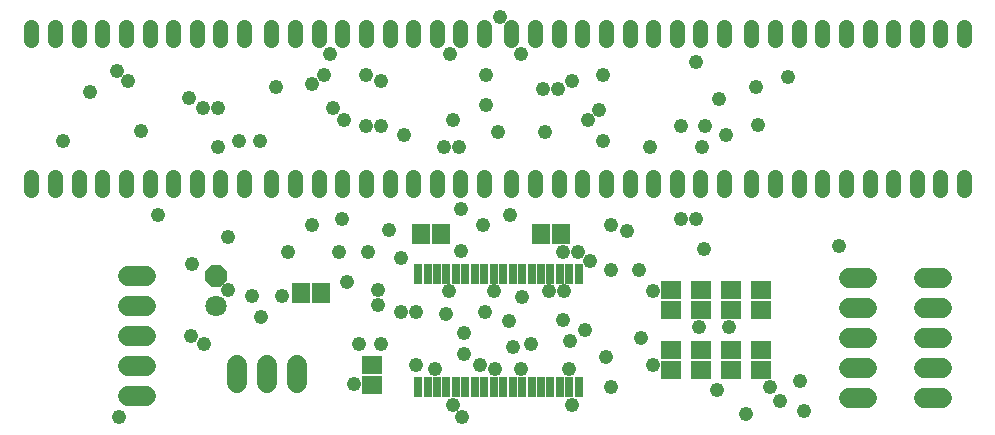
<source format=gts>
G75*
G70*
%OFA0B0*%
%FSLAX24Y24*%
%IPPOS*%
%LPD*%
%AMOC8*
5,1,8,0,0,1.08239X$1,22.5*
%
%ADD10C,0.0516*%
%ADD11R,0.0277X0.0671*%
%ADD12R,0.0671X0.0592*%
%ADD13OC8,0.0710*%
%ADD14C,0.0710*%
%ADD15R,0.0592X0.0671*%
%ADD16C,0.0680*%
%ADD17C,0.0476*%
%ADD18C,0.0480*%
D10*
X000933Y008611D02*
X000933Y009048D01*
X001720Y009048D02*
X001720Y008611D01*
X002508Y008611D02*
X002508Y009048D01*
X003295Y009048D02*
X003295Y008611D01*
X004083Y008611D02*
X004083Y009048D01*
X004870Y009048D02*
X004870Y008611D01*
X005657Y008611D02*
X005657Y009048D01*
X006445Y009048D02*
X006445Y008611D01*
X007232Y008611D02*
X007232Y009048D01*
X008020Y009048D02*
X008020Y008611D01*
X008933Y008611D02*
X008933Y009048D01*
X009720Y009048D02*
X009720Y008611D01*
X010508Y008611D02*
X010508Y009048D01*
X011295Y009048D02*
X011295Y008611D01*
X012083Y008611D02*
X012083Y009048D01*
X012870Y009048D02*
X012870Y008611D01*
X013657Y008611D02*
X013657Y009048D01*
X014445Y009048D02*
X014445Y008611D01*
X015232Y008611D02*
X015232Y009048D01*
X016020Y009048D02*
X016020Y008611D01*
X016933Y008611D02*
X016933Y009048D01*
X017720Y009048D02*
X017720Y008611D01*
X018508Y008611D02*
X018508Y009048D01*
X019295Y009048D02*
X019295Y008611D01*
X020083Y008611D02*
X020083Y009048D01*
X020870Y009048D02*
X020870Y008611D01*
X021657Y008611D02*
X021657Y009048D01*
X022445Y009048D02*
X022445Y008611D01*
X023232Y008611D02*
X023232Y009048D01*
X024020Y009048D02*
X024020Y008611D01*
X024933Y008611D02*
X024933Y009048D01*
X025720Y009048D02*
X025720Y008611D01*
X026508Y008611D02*
X026508Y009048D01*
X027295Y009048D02*
X027295Y008611D01*
X028083Y008611D02*
X028083Y009048D01*
X028870Y009048D02*
X028870Y008611D01*
X029657Y008611D02*
X029657Y009048D01*
X030445Y009048D02*
X030445Y008611D01*
X031232Y008611D02*
X031232Y009048D01*
X032020Y009048D02*
X032020Y008611D01*
X032020Y013611D02*
X032020Y014048D01*
X031232Y014048D02*
X031232Y013611D01*
X030445Y013611D02*
X030445Y014048D01*
X029657Y014048D02*
X029657Y013611D01*
X028870Y013611D02*
X028870Y014048D01*
X028083Y014048D02*
X028083Y013611D01*
X027295Y013611D02*
X027295Y014048D01*
X026508Y014048D02*
X026508Y013611D01*
X025720Y013611D02*
X025720Y014048D01*
X024933Y014048D02*
X024933Y013611D01*
X024020Y013611D02*
X024020Y014048D01*
X023232Y014048D02*
X023232Y013611D01*
X022445Y013611D02*
X022445Y014048D01*
X021657Y014048D02*
X021657Y013611D01*
X020870Y013611D02*
X020870Y014048D01*
X020083Y014048D02*
X020083Y013611D01*
X019295Y013611D02*
X019295Y014048D01*
X018508Y014048D02*
X018508Y013611D01*
X017720Y013611D02*
X017720Y014048D01*
X016933Y014048D02*
X016933Y013611D01*
X016020Y013611D02*
X016020Y014048D01*
X015232Y014048D02*
X015232Y013611D01*
X014445Y013611D02*
X014445Y014048D01*
X013657Y014048D02*
X013657Y013611D01*
X012870Y013611D02*
X012870Y014048D01*
X012083Y014048D02*
X012083Y013611D01*
X011295Y013611D02*
X011295Y014048D01*
X010508Y014048D02*
X010508Y013611D01*
X009720Y013611D02*
X009720Y014048D01*
X008933Y014048D02*
X008933Y013611D01*
X008020Y013611D02*
X008020Y014048D01*
X007232Y014048D02*
X007232Y013611D01*
X006445Y013611D02*
X006445Y014048D01*
X005657Y014048D02*
X005657Y013611D01*
X004870Y013611D02*
X004870Y014048D01*
X004083Y014048D02*
X004083Y013611D01*
X003295Y013611D02*
X003295Y014048D01*
X002508Y014048D02*
X002508Y013611D01*
X001720Y013611D02*
X001720Y014048D01*
X000933Y014048D02*
X000933Y013611D01*
D11*
X013823Y005820D03*
X014138Y005820D03*
X014453Y005820D03*
X014768Y005820D03*
X015083Y005820D03*
X015398Y005820D03*
X015713Y005820D03*
X016028Y005820D03*
X016343Y005820D03*
X016657Y005820D03*
X016972Y005820D03*
X017287Y005820D03*
X017602Y005820D03*
X017917Y005820D03*
X018232Y005820D03*
X018547Y005820D03*
X018862Y005820D03*
X019177Y005820D03*
X019177Y002040D03*
X018862Y002040D03*
X018547Y002040D03*
X018232Y002040D03*
X017917Y002040D03*
X017602Y002040D03*
X017287Y002040D03*
X016972Y002040D03*
X016657Y002040D03*
X016343Y002040D03*
X016028Y002040D03*
X015713Y002040D03*
X015398Y002040D03*
X015083Y002040D03*
X014768Y002040D03*
X014453Y002040D03*
X014138Y002040D03*
X013823Y002040D03*
D12*
X012300Y002095D03*
X012300Y002765D03*
X022250Y002595D03*
X023250Y002595D03*
X024250Y002595D03*
X025250Y002595D03*
X025250Y003265D03*
X024250Y003265D03*
X023250Y003265D03*
X022250Y003265D03*
X022250Y004595D03*
X023250Y004595D03*
X024250Y004595D03*
X025250Y004595D03*
X025250Y005265D03*
X024250Y005265D03*
X023250Y005265D03*
X022250Y005265D03*
D13*
X007100Y005730D03*
D14*
X007100Y004730D03*
D15*
X009915Y005180D03*
X010585Y005180D03*
X013915Y007130D03*
X014585Y007130D03*
X017915Y007130D03*
X018585Y007130D03*
D16*
X009800Y002780D02*
X009800Y002180D01*
X008800Y002180D02*
X008800Y002780D01*
X007800Y002780D02*
X007800Y002180D01*
X004750Y001730D02*
X004150Y001730D01*
X004150Y002730D02*
X004750Y002730D01*
X004750Y003730D02*
X004150Y003730D01*
X004150Y004730D02*
X004750Y004730D01*
X004750Y005730D02*
X004150Y005730D01*
X028200Y005680D02*
X028800Y005680D01*
X030700Y005680D02*
X031300Y005680D01*
X031300Y004680D02*
X030700Y004680D01*
X028800Y004680D02*
X028200Y004680D01*
X028200Y003680D02*
X028800Y003680D01*
X030700Y003680D02*
X031300Y003680D01*
X031300Y002680D02*
X030700Y002680D01*
X028800Y002680D02*
X028200Y002680D01*
X028200Y001680D02*
X028800Y001680D01*
X030700Y001680D02*
X031300Y001680D01*
D17*
X024750Y001130D03*
X020100Y003030D03*
X021250Y003680D03*
X014750Y004480D03*
X011450Y005530D03*
X008600Y004380D03*
D18*
X003850Y001030D03*
X006700Y003480D03*
X006250Y003730D03*
X008300Y005080D03*
X007500Y005280D03*
X006300Y006130D03*
X007500Y007030D03*
X009500Y006530D03*
X011200Y006530D03*
X012150Y006530D03*
X013250Y006330D03*
X012850Y007280D03*
X011300Y007630D03*
X010300Y007430D03*
X012500Y005280D03*
X012500Y004780D03*
X013250Y004530D03*
X013750Y004530D03*
X014850Y005230D03*
X016050Y004530D03*
X016850Y004230D03*
X017000Y003380D03*
X017600Y003480D03*
X018900Y003580D03*
X019400Y003930D03*
X018650Y004280D03*
X017300Y005030D03*
X016350Y005230D03*
X018200Y005230D03*
X018700Y005230D03*
X020250Y005930D03*
X019550Y006230D03*
X019150Y006530D03*
X018650Y006530D03*
X020250Y007430D03*
X020800Y007230D03*
X022600Y007630D03*
X023100Y007630D03*
X023350Y006630D03*
X021200Y005930D03*
X021650Y005230D03*
X023200Y004030D03*
X024200Y004030D03*
X021650Y002780D03*
X020250Y002030D03*
X018950Y001430D03*
X018850Y002630D03*
X017250Y002630D03*
X016400Y002630D03*
X015900Y002780D03*
X015350Y003130D03*
X014400Y002630D03*
X013750Y002780D03*
X012600Y003480D03*
X011850Y003480D03*
X011700Y002130D03*
X015000Y001430D03*
X015300Y001030D03*
X015350Y003830D03*
X015250Y006580D03*
X016000Y007430D03*
X015250Y007980D03*
X016900Y007780D03*
X015200Y010030D03*
X014700Y010030D03*
X013350Y010430D03*
X012600Y010730D03*
X012100Y010730D03*
X011350Y010930D03*
X011000Y011330D03*
X010300Y012130D03*
X010700Y012430D03*
X010900Y013130D03*
X012100Y012430D03*
X012600Y012230D03*
X014900Y013130D03*
X016100Y012430D03*
X017250Y013130D03*
X018950Y012230D03*
X018500Y011980D03*
X018000Y011980D03*
X019850Y011280D03*
X019500Y010930D03*
X018050Y010530D03*
X016500Y010530D03*
X015000Y010930D03*
X016100Y011430D03*
X020000Y012430D03*
X023100Y012880D03*
X025100Y012030D03*
X026150Y012380D03*
X023850Y011630D03*
X025150Y010780D03*
X024100Y010430D03*
X023400Y010730D03*
X022600Y010730D03*
X023300Y010030D03*
X021550Y010030D03*
X020000Y010230D03*
X027850Y006730D03*
X026550Y002230D03*
X025550Y002030D03*
X025900Y001580D03*
X026700Y001230D03*
X023800Y001930D03*
X009300Y005080D03*
X005150Y007780D03*
X007150Y010030D03*
X007850Y010230D03*
X008550Y010230D03*
X007150Y011330D03*
X006650Y011330D03*
X006200Y011680D03*
X004150Y012230D03*
X003800Y012580D03*
X002900Y011880D03*
X004600Y010580D03*
X002000Y010230D03*
X009100Y012030D03*
X016550Y014380D03*
M02*

</source>
